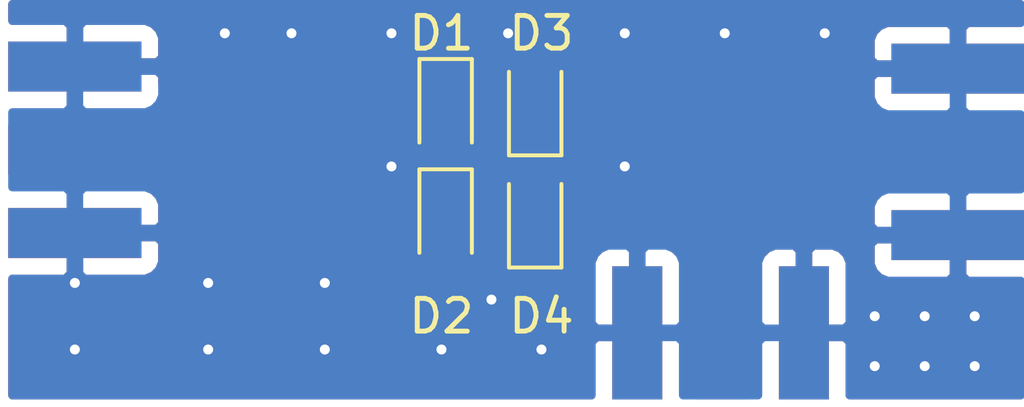
<source format=kicad_pcb>
(kicad_pcb (version 20171130) (host pcbnew "(5.0.1)-4")

  (general
    (thickness 1.6)
    (drawings 0)
    (tracks 56)
    (zones 0)
    (modules 9)
    (nets 11)
  )

  (page A4)
  (layers
    (0 F.Cu signal)
    (31 B.Cu signal)
    (32 B.Adhes user)
    (33 F.Adhes user)
    (34 B.Paste user)
    (35 F.Paste user)
    (36 B.SilkS user)
    (37 F.SilkS user)
    (38 B.Mask user)
    (39 F.Mask user)
    (40 Dwgs.User user)
    (41 Cmts.User user)
    (42 Eco1.User user)
    (43 Eco2.User user)
    (44 Edge.Cuts user)
    (45 Margin user)
    (46 B.CrtYd user)
    (47 F.CrtYd user)
    (48 B.Fab user)
    (49 F.Fab user)
  )

  (setup
    (last_trace_width 0.508)
    (user_trace_width 0.508)
    (user_trace_width 0.762)
    (trace_clearance 0.2032)
    (zone_clearance 0.508)
    (zone_45_only no)
    (trace_min 0.2032)
    (segment_width 0.2)
    (edge_width 0.15)
    (via_size 0.6096)
    (via_drill 0.3048)
    (via_min_size 0.6096)
    (via_min_drill 0.3048)
    (uvia_size 0.3)
    (uvia_drill 0.1)
    (uvias_allowed no)
    (uvia_min_size 0.2)
    (uvia_min_drill 0.1)
    (pcb_text_width 0.3)
    (pcb_text_size 1.5 1.5)
    (mod_edge_width 0.15)
    (mod_text_size 1 1)
    (mod_text_width 0.15)
    (pad_size 4.064 1.524)
    (pad_drill 0)
    (pad_to_mask_clearance 0.051)
    (solder_mask_min_width 0.25)
    (aux_axis_origin 0 0)
    (visible_elements 7FFFFFBF)
    (pcbplotparams
      (layerselection 0x010fc_ffffffff)
      (usegerberextensions false)
      (usegerberattributes false)
      (usegerberadvancedattributes false)
      (creategerberjobfile false)
      (excludeedgelayer true)
      (linewidth 0.100000)
      (plotframeref false)
      (viasonmask false)
      (mode 1)
      (useauxorigin false)
      (hpglpennumber 1)
      (hpglpenspeed 20)
      (hpglpendiameter 15.000000)
      (psnegative false)
      (psa4output false)
      (plotreference true)
      (plotvalue true)
      (plotinvisibletext false)
      (padsonsilk false)
      (subtractmaskfromsilk false)
      (outputformat 1)
      (mirror false)
      (drillshape 1)
      (scaleselection 1)
      (outputdirectory ""))
  )

  (net 0 "")
  (net 1 "Net-(D1-Pad2)")
  (net 2 "Net-(D1-Pad1)")
  (net 3 "Net-(D2-Pad2)")
  (net 4 "Net-(D3-Pad1)")
  (net 5 "Net-(J1-Pad1)")
  (net 6 GND)
  (net 7 "Net-(J2-Pad1)")
  (net 8 "Net-(J3-Pad1)")
  (net 9 "Net-(U1-Pad5)")
  (net 10 "Net-(U2-Pad5)")

  (net_class Default "This is the default net class."
    (clearance 0.2032)
    (trace_width 0.2032)
    (via_dia 0.6096)
    (via_drill 0.3048)
    (uvia_dia 0.3)
    (uvia_drill 0.1)
    (diff_pair_gap 0.2032)
    (diff_pair_width 0.2032)
    (add_net GND)
    (add_net "Net-(D1-Pad1)")
    (add_net "Net-(D1-Pad2)")
    (add_net "Net-(D2-Pad2)")
    (add_net "Net-(D3-Pad1)")
    (add_net "Net-(J1-Pad1)")
    (add_net "Net-(J2-Pad1)")
    (add_net "Net-(J3-Pad1)")
    (add_net "Net-(U1-Pad5)")
    (add_net "Net-(U2-Pad5)")
  )

  (net_class 50Ohm ""
    (clearance 0.37)
    (trace_width 1.8)
    (via_dia 0.6096)
    (via_drill 0.3048)
    (uvia_dia 0.3)
    (uvia_drill 0.1)
    (diff_pair_gap 0.2032)
    (diff_pair_width 0.2032)
  )

  (module RFLego_Footprint:SMA_Edge (layer F.Cu) (tedit 5C4F4B1A) (tstamp 5C687EE1)
    (at 107.696 87.376)
    (path /5C4F7739)
    (fp_text reference J1 (at 2.1336 4.6482) (layer F.SilkS) hide
      (effects (font (size 1 1) (thickness 0.15)))
    )
    (fp_text value SMA (at 1.27 6.35) (layer F.Fab) hide
      (effects (font (size 1 1) (thickness 0.15)))
    )
    (pad 1 smd rect (at 2.032 0) (size 4.064 1.524) (layers F.Cu F.Mask)
      (net 5 "Net-(J1-Pad1)"))
    (pad 2 smd rect (at 2.032 -2.54) (size 4.064 1.524) (layers F.Cu F.Mask)
      (net 6 GND))
    (pad 2 smd rect (at 2.032 2.54) (size 4.064 1.524) (layers B.Cu B.Mask)
      (net 6 GND))
    (pad 2 smd rect (at 2.032 -2.54) (size 4.064 1.524) (layers B.Cu B.Mask)
      (net 6 GND))
    (pad 2 smd rect (at 2.032 2.54) (size 4.064 1.524) (layers F.Cu F.Mask)
      (net 6 GND))
  )

  (module RFLego_Footprint:SMA_Edge (layer F.Cu) (tedit 5C4F4B16) (tstamp 5C687AA1)
    (at 129.413 94.996 90)
    (path /5C4F76BD)
    (fp_text reference J2 (at 2.1336 4.6482 90) (layer F.SilkS) hide
      (effects (font (size 1 1) (thickness 0.15)))
    )
    (fp_text value SMA (at 1.27 6.35 90) (layer F.Fab) hide
      (effects (font (size 1 1) (thickness 0.15)))
    )
    (pad 2 smd rect (at 2.032 2.54 90) (size 4.064 1.524) (layers F.Cu F.Mask)
      (net 6 GND))
    (pad 2 smd rect (at 2.032 -2.54 90) (size 4.064 1.524) (layers B.Cu B.Mask)
      (net 6 GND))
    (pad 2 smd rect (at 2.032 2.54 90) (size 4.064 1.524) (layers B.Cu B.Mask)
      (net 6 GND))
    (pad 2 smd rect (at 2.032 -2.54 90) (size 4.064 1.524) (layers F.Cu F.Mask)
      (net 6 GND))
    (pad 1 smd rect (at 2.032 0 90) (size 4.064 1.524) (layers F.Cu F.Mask)
      (net 7 "Net-(J2-Pad1)"))
  )

  (module RFLego_Footprint:SMA_Edge (layer F.Cu) (tedit 5C4F4B14) (tstamp 5C687AAA)
    (at 134.62 87.4395)
    (path /5C4F760A)
    (fp_text reference J3 (at 2.1336 4.6482) (layer F.SilkS) hide
      (effects (font (size 1 1) (thickness 0.15)))
    )
    (fp_text value SMA (at 1.27 6.35) (layer F.Fab) hide
      (effects (font (size 1 1) (thickness 0.15)))
    )
    (pad 1 smd rect (at 2.032 0) (size 4.064 1.524) (layers F.Cu F.Mask)
      (net 8 "Net-(J3-Pad1)"))
    (pad 2 smd rect (at 2.032 -2.54) (size 4.064 1.524) (layers F.Cu F.Mask)
      (net 6 GND))
    (pad 2 smd rect (at 2.032 2.54) (size 4.064 1.524) (layers B.Cu B.Mask)
      (net 6 GND))
    (pad 2 smd rect (at 2.032 -2.54) (size 4.064 1.524) (layers B.Cu B.Mask)
      (net 6 GND))
    (pad 2 smd rect (at 2.032 2.54) (size 4.064 1.524) (layers F.Cu F.Mask)
      (net 6 GND))
  )

  (module RFLego_Footprint:Coilcraft_WBC (layer F.Cu) (tedit 5C4F4B20) (tstamp 5C687AB4)
    (at 117.729 86.36 270)
    (path /5C4F7280)
    (fp_text reference U1 (at 1.27 -1.524 270) (layer F.SilkS) hide
      (effects (font (size 1 1) (thickness 0.15)))
    )
    (fp_text value T (at 0.635 4.699 270) (layer F.Fab)
      (effects (font (size 1 1) (thickness 0.15)))
    )
    (pad 1 smd rect (at 0 0 270) (size 0.762 1.143) (layers F.Cu F.Paste F.Mask)
      (net 2 "Net-(D1-Pad1)"))
    (pad 2 smd rect (at 1.524 0 270) (size 0.762 1.143) (layers F.Cu F.Paste F.Mask)
      (net 6 GND))
    (pad 3 smd rect (at 3.048 0 270) (size 0.762 1.143) (layers F.Cu F.Paste F.Mask)
      (net 3 "Net-(D2-Pad2)"))
    (pad 4 smd rect (at 3.048 3.048 270) (size 0.762 1.143) (layers F.Cu F.Paste F.Mask)
      (net 6 GND))
    (pad 5 smd rect (at 1.524 3.048 270) (size 0.762 1.143) (layers F.Cu F.Paste F.Mask)
      (net 9 "Net-(U1-Pad5)"))
    (pad 6 smd rect (at 0 3.048 270) (size 0.762 1.143) (layers F.Cu F.Paste F.Mask)
      (net 5 "Net-(J1-Pad1)"))
  )

  (module RFLego_Footprint:Coilcraft_WBC (layer F.Cu) (tedit 5C4F4B1E) (tstamp 5C687ABE)
    (at 128.905 88.7095 90)
    (path /5C4F736C)
    (fp_text reference U2 (at 1.27 -1.524 90) (layer F.SilkS) hide
      (effects (font (size 1 1) (thickness 0.15)))
    )
    (fp_text value T (at 0.635 4.699 90) (layer F.Fab)
      (effects (font (size 1 1) (thickness 0.15)))
    )
    (pad 6 smd rect (at 0 3.048 90) (size 0.762 1.143) (layers F.Cu F.Paste F.Mask)
      (net 8 "Net-(J3-Pad1)"))
    (pad 5 smd rect (at 1.524 3.048 90) (size 0.762 1.143) (layers F.Cu F.Paste F.Mask)
      (net 10 "Net-(U2-Pad5)"))
    (pad 4 smd rect (at 3.048 3.048 90) (size 0.762 1.143) (layers F.Cu F.Paste F.Mask)
      (net 6 GND))
    (pad 3 smd rect (at 3.048 0 90) (size 0.762 1.143) (layers F.Cu F.Paste F.Mask)
      (net 4 "Net-(D3-Pad1)"))
    (pad 2 smd rect (at 1.524 0 90) (size 0.762 1.143) (layers F.Cu F.Paste F.Mask)
      (net 7 "Net-(J2-Pad1)"))
    (pad 1 smd rect (at 0 0 90) (size 0.762 1.143) (layers F.Cu F.Paste F.Mask)
      (net 1 "Net-(D1-Pad2)"))
  )

  (module Diode_SMD:D_SOD-110 (layer F.Cu) (tedit 587B7A74) (tstamp 5C688367)
    (at 121.031 86.106 270)
    (descr SOD-110)
    (tags SOD-110)
    (path /5C4F7D3C)
    (attr smd)
    (fp_text reference D1 (at -2.286 0.127) (layer F.SilkS)
      (effects (font (size 1 1) (thickness 0.15)))
    )
    (fp_text value D (at 0 1.8 270) (layer F.Fab)
      (effects (font (size 1 1) (thickness 0.15)))
    )
    (fp_line (start -1.5 -0.8) (end 1.05 -0.8) (layer F.SilkS) (width 0.12))
    (fp_line (start -1.5 0.8) (end 1.05 0.8) (layer F.SilkS) (width 0.12))
    (fp_line (start -1.6 -1) (end -1.6 1) (layer F.CrtYd) (width 0.05))
    (fp_line (start 1.6 1) (end -1.6 1) (layer F.CrtYd) (width 0.05))
    (fp_line (start 1.6 -1) (end 1.6 1) (layer F.CrtYd) (width 0.05))
    (fp_line (start -1.6 -1) (end 1.6 -1) (layer F.CrtYd) (width 0.05))
    (fp_line (start -1.05 -0.7) (end -1.05 0.7) (layer F.Fab) (width 0.1))
    (fp_line (start -1.05 0.7) (end 1.05 0.7) (layer F.Fab) (width 0.1))
    (fp_line (start 1.05 0.7) (end 1.05 -0.7) (layer F.Fab) (width 0.1))
    (fp_line (start 1.05 -0.7) (end -1.05 -0.7) (layer F.Fab) (width 0.1))
    (fp_line (start -0.2 0.2) (end -0.2 -0.2) (layer F.Fab) (width 0.1))
    (fp_line (start -0.2 0) (end -0.35 0) (layer F.Fab) (width 0.1))
    (fp_line (start -0.2 0) (end 0.1 0.2) (layer F.Fab) (width 0.1))
    (fp_line (start 0.1 0.2) (end 0.1 -0.2) (layer F.Fab) (width 0.1))
    (fp_line (start 0.1 -0.2) (end -0.2 0) (layer F.Fab) (width 0.1))
    (fp_line (start 0.1 0) (end 0.25 0) (layer F.Fab) (width 0.1))
    (fp_line (start -1.5 -0.8) (end -1.5 0.8) (layer F.SilkS) (width 0.12))
    (fp_text user %R (at 0 -1.7 270) (layer F.Fab)
      (effects (font (size 1 1) (thickness 0.15)))
    )
    (pad 2 smd rect (at 0.95 0 270) (size 0.8 1) (layers F.Cu F.Paste F.Mask)
      (net 1 "Net-(D1-Pad2)"))
    (pad 1 smd rect (at -0.95 0 270) (size 0.8 1) (layers F.Cu F.Paste F.Mask)
      (net 2 "Net-(D1-Pad1)"))
    (model ${KISYS3DMOD}/Diode_SMD.3dshapes/D_SOD-110.wrl
      (at (xyz 0 0 0))
      (scale (xyz 1 1 1))
      (rotate (xyz 0 0 0))
    )
  )

  (module Diode_SMD:D_SOD-110 (layer F.Cu) (tedit 587B7A74) (tstamp 5C68837F)
    (at 121.031 89.4715 270)
    (descr SOD-110)
    (tags SOD-110)
    (path /5C4F7DEA)
    (attr smd)
    (fp_text reference D2 (at 2.9845 0.127) (layer F.SilkS)
      (effects (font (size 1 1) (thickness 0.15)))
    )
    (fp_text value D (at 0 1.8 270) (layer F.Fab)
      (effects (font (size 1 1) (thickness 0.15)))
    )
    (fp_line (start -1.5 -0.8) (end 1.05 -0.8) (layer F.SilkS) (width 0.12))
    (fp_line (start -1.5 0.8) (end 1.05 0.8) (layer F.SilkS) (width 0.12))
    (fp_line (start -1.6 -1) (end -1.6 1) (layer F.CrtYd) (width 0.05))
    (fp_line (start 1.6 1) (end -1.6 1) (layer F.CrtYd) (width 0.05))
    (fp_line (start 1.6 -1) (end 1.6 1) (layer F.CrtYd) (width 0.05))
    (fp_line (start -1.6 -1) (end 1.6 -1) (layer F.CrtYd) (width 0.05))
    (fp_line (start -1.05 -0.7) (end -1.05 0.7) (layer F.Fab) (width 0.1))
    (fp_line (start -1.05 0.7) (end 1.05 0.7) (layer F.Fab) (width 0.1))
    (fp_line (start 1.05 0.7) (end 1.05 -0.7) (layer F.Fab) (width 0.1))
    (fp_line (start 1.05 -0.7) (end -1.05 -0.7) (layer F.Fab) (width 0.1))
    (fp_line (start -0.2 0.2) (end -0.2 -0.2) (layer F.Fab) (width 0.1))
    (fp_line (start -0.2 0) (end -0.35 0) (layer F.Fab) (width 0.1))
    (fp_line (start -0.2 0) (end 0.1 0.2) (layer F.Fab) (width 0.1))
    (fp_line (start 0.1 0.2) (end 0.1 -0.2) (layer F.Fab) (width 0.1))
    (fp_line (start 0.1 -0.2) (end -0.2 0) (layer F.Fab) (width 0.1))
    (fp_line (start 0.1 0) (end 0.25 0) (layer F.Fab) (width 0.1))
    (fp_line (start -1.5 -0.8) (end -1.5 0.8) (layer F.SilkS) (width 0.12))
    (fp_text user %R (at 0 -1.7 270) (layer F.Fab)
      (effects (font (size 1 1) (thickness 0.15)))
    )
    (pad 2 smd rect (at 0.95 0 270) (size 0.8 1) (layers F.Cu F.Paste F.Mask)
      (net 3 "Net-(D2-Pad2)"))
    (pad 1 smd rect (at -0.95 0 270) (size 0.8 1) (layers F.Cu F.Paste F.Mask)
      (net 1 "Net-(D1-Pad2)"))
    (model ${KISYS3DMOD}/Diode_SMD.3dshapes/D_SOD-110.wrl
      (at (xyz 0 0 0))
      (scale (xyz 1 1 1))
      (rotate (xyz 0 0 0))
    )
  )

  (module Diode_SMD:D_SOD-110 (layer F.Cu) (tedit 587B7A74) (tstamp 5C688397)
    (at 123.7615 86.045 90)
    (descr SOD-110)
    (tags SOD-110)
    (path /5C4F7AFE)
    (attr smd)
    (fp_text reference D3 (at 2.225 0.1905 180) (layer F.SilkS)
      (effects (font (size 1 1) (thickness 0.15)))
    )
    (fp_text value D (at 0 1.8 90) (layer F.Fab)
      (effects (font (size 1 1) (thickness 0.15)))
    )
    (fp_text user %R (at 0 -1.7 90) (layer F.Fab)
      (effects (font (size 1 1) (thickness 0.15)))
    )
    (fp_line (start -1.5 -0.8) (end -1.5 0.8) (layer F.SilkS) (width 0.12))
    (fp_line (start 0.1 0) (end 0.25 0) (layer F.Fab) (width 0.1))
    (fp_line (start 0.1 -0.2) (end -0.2 0) (layer F.Fab) (width 0.1))
    (fp_line (start 0.1 0.2) (end 0.1 -0.2) (layer F.Fab) (width 0.1))
    (fp_line (start -0.2 0) (end 0.1 0.2) (layer F.Fab) (width 0.1))
    (fp_line (start -0.2 0) (end -0.35 0) (layer F.Fab) (width 0.1))
    (fp_line (start -0.2 0.2) (end -0.2 -0.2) (layer F.Fab) (width 0.1))
    (fp_line (start 1.05 -0.7) (end -1.05 -0.7) (layer F.Fab) (width 0.1))
    (fp_line (start 1.05 0.7) (end 1.05 -0.7) (layer F.Fab) (width 0.1))
    (fp_line (start -1.05 0.7) (end 1.05 0.7) (layer F.Fab) (width 0.1))
    (fp_line (start -1.05 -0.7) (end -1.05 0.7) (layer F.Fab) (width 0.1))
    (fp_line (start -1.6 -1) (end 1.6 -1) (layer F.CrtYd) (width 0.05))
    (fp_line (start 1.6 -1) (end 1.6 1) (layer F.CrtYd) (width 0.05))
    (fp_line (start 1.6 1) (end -1.6 1) (layer F.CrtYd) (width 0.05))
    (fp_line (start -1.6 -1) (end -1.6 1) (layer F.CrtYd) (width 0.05))
    (fp_line (start -1.5 0.8) (end 1.05 0.8) (layer F.SilkS) (width 0.12))
    (fp_line (start -1.5 -0.8) (end 1.05 -0.8) (layer F.SilkS) (width 0.12))
    (pad 1 smd rect (at -0.95 0 90) (size 0.8 1) (layers F.Cu F.Paste F.Mask)
      (net 4 "Net-(D3-Pad1)"))
    (pad 2 smd rect (at 0.95 0 90) (size 0.8 1) (layers F.Cu F.Paste F.Mask)
      (net 2 "Net-(D1-Pad1)"))
    (model ${KISYS3DMOD}/Diode_SMD.3dshapes/D_SOD-110.wrl
      (at (xyz 0 0 0))
      (scale (xyz 1 1 1))
      (rotate (xyz 0 0 0))
    )
  )

  (module Diode_SMD:D_SOD-110 (layer F.Cu) (tedit 587B7A74) (tstamp 5C6883AF)
    (at 123.7615 89.469 90)
    (descr SOD-110)
    (tags SOD-110)
    (path /5C4F7DAC)
    (attr smd)
    (fp_text reference D4 (at -2.987 0.1905 180) (layer F.SilkS)
      (effects (font (size 1 1) (thickness 0.15)))
    )
    (fp_text value D (at 0 1.8 90) (layer F.Fab)
      (effects (font (size 1 1) (thickness 0.15)))
    )
    (fp_text user %R (at 0 -1.7 90) (layer F.Fab)
      (effects (font (size 1 1) (thickness 0.15)))
    )
    (fp_line (start -1.5 -0.8) (end -1.5 0.8) (layer F.SilkS) (width 0.12))
    (fp_line (start 0.1 0) (end 0.25 0) (layer F.Fab) (width 0.1))
    (fp_line (start 0.1 -0.2) (end -0.2 0) (layer F.Fab) (width 0.1))
    (fp_line (start 0.1 0.2) (end 0.1 -0.2) (layer F.Fab) (width 0.1))
    (fp_line (start -0.2 0) (end 0.1 0.2) (layer F.Fab) (width 0.1))
    (fp_line (start -0.2 0) (end -0.35 0) (layer F.Fab) (width 0.1))
    (fp_line (start -0.2 0.2) (end -0.2 -0.2) (layer F.Fab) (width 0.1))
    (fp_line (start 1.05 -0.7) (end -1.05 -0.7) (layer F.Fab) (width 0.1))
    (fp_line (start 1.05 0.7) (end 1.05 -0.7) (layer F.Fab) (width 0.1))
    (fp_line (start -1.05 0.7) (end 1.05 0.7) (layer F.Fab) (width 0.1))
    (fp_line (start -1.05 -0.7) (end -1.05 0.7) (layer F.Fab) (width 0.1))
    (fp_line (start -1.6 -1) (end 1.6 -1) (layer F.CrtYd) (width 0.05))
    (fp_line (start 1.6 -1) (end 1.6 1) (layer F.CrtYd) (width 0.05))
    (fp_line (start 1.6 1) (end -1.6 1) (layer F.CrtYd) (width 0.05))
    (fp_line (start -1.6 -1) (end -1.6 1) (layer F.CrtYd) (width 0.05))
    (fp_line (start -1.5 0.8) (end 1.05 0.8) (layer F.SilkS) (width 0.12))
    (fp_line (start -1.5 -0.8) (end 1.05 -0.8) (layer F.SilkS) (width 0.12))
    (pad 1 smd rect (at -0.95 0 90) (size 0.8 1) (layers F.Cu F.Paste F.Mask)
      (net 3 "Net-(D2-Pad2)"))
    (pad 2 smd rect (at 0.95 0 90) (size 0.8 1) (layers F.Cu F.Paste F.Mask)
      (net 4 "Net-(D3-Pad1)"))
    (model ${KISYS3DMOD}/Diode_SMD.3dshapes/D_SOD-110.wrl
      (at (xyz 0 0 0))
      (scale (xyz 1 1 1))
      (rotate (xyz 0 0 0))
    )
  )

  (segment (start 121.031 87.056) (end 121.031 88.5215) (width 0.508) (layer F.Cu) (net 1))
  (segment (start 122.039 88.5215) (end 122.989 89.4715) (width 0.508) (layer F.Cu) (net 1))
  (segment (start 121.031 88.5215) (end 122.039 88.5215) (width 0.508) (layer F.Cu) (net 1))
  (segment (start 127.8255 88.7095) (end 128.905 88.7095) (width 0.508) (layer F.Cu) (net 1))
  (segment (start 127.0635 89.4715) (end 127.8255 88.7095) (width 0.508) (layer F.Cu) (net 1))
  (segment (start 122.989 89.4715) (end 127.0635 89.4715) (width 0.508) (layer F.Cu) (net 1))
  (segment (start 121.092 85.095) (end 121.031 85.156) (width 0.508) (layer F.Cu) (net 2))
  (segment (start 123.7615 85.095) (end 121.092 85.095) (width 0.508) (layer F.Cu) (net 2))
  (segment (start 118.1075 85.156) (end 117.729 85.5345) (width 0.508) (layer F.Cu) (net 2))
  (segment (start 121.031 85.156) (end 118.1075 85.156) (width 0.508) (layer F.Cu) (net 2))
  (segment (start 117.729 85.5345) (end 117.729 86.36) (width 0.508) (layer F.Cu) (net 2))
  (segment (start 121.0335 90.419) (end 121.031 90.4215) (width 0.508) (layer F.Cu) (net 3))
  (segment (start 123.7615 90.419) (end 121.0335 90.419) (width 0.508) (layer F.Cu) (net 3))
  (segment (start 117.9195 89.408) (end 117.729 89.408) (width 0.508) (layer F.Cu) (net 3))
  (segment (start 118.933 90.4215) (end 117.9195 89.408) (width 0.508) (layer F.Cu) (net 3))
  (segment (start 121.031 90.4215) (end 118.933 90.4215) (width 0.508) (layer F.Cu) (net 3))
  (segment (start 128.7145 85.6615) (end 128.905 85.6615) (width 0.508) (layer F.Cu) (net 4))
  (segment (start 123.7615 86.995) (end 123.7615 88.519) (width 0.508) (layer F.Cu) (net 4))
  (segment (start 128.905 85.6615) (end 126.4285 85.6615) (width 0.508) (layer F.Cu) (net 4))
  (segment (start 125.095 86.995) (end 123.7615 86.995) (width 0.508) (layer F.Cu) (net 4))
  (segment (start 126.4285 85.6615) (end 125.095 86.995) (width 0.508) (layer F.Cu) (net 4))
  (segment (start 112.014 86.868) (end 109.728 86.868) (width 0.762) (layer F.Cu) (net 5))
  (segment (start 114.681 86.36) (end 112.522 86.36) (width 0.762) (layer F.Cu) (net 5))
  (segment (start 112.522 86.36) (end 112.014 86.868) (width 0.762) (layer F.Cu) (net 5))
  (via (at 134.112 93.98) (size 0.6096) (drill 0.3048) (layers F.Cu B.Cu) (net 6))
  (via (at 135.636 93.98) (size 0.6096) (drill 0.3048) (layers F.Cu B.Cu) (net 6))
  (via (at 137.16 93.98) (size 0.6096) (drill 0.3048) (layers F.Cu B.Cu) (net 6))
  (via (at 137.16 92.456) (size 0.6096) (drill 0.3048) (layers F.Cu B.Cu) (net 6))
  (via (at 135.636 92.456) (size 0.6096) (drill 0.3048) (layers F.Cu B.Cu) (net 6))
  (via (at 134.112 92.456) (size 0.6096) (drill 0.3048) (layers F.Cu B.Cu) (net 6))
  (via (at 132.588 83.82) (size 0.6096) (drill 0.3048) (layers F.Cu B.Cu) (net 6))
  (via (at 129.54 83.82) (size 0.6096) (drill 0.3048) (layers F.Cu B.Cu) (net 6))
  (via (at 126.492 83.82) (size 0.6096) (drill 0.3048) (layers F.Cu B.Cu) (net 6))
  (via (at 122.936 83.82) (size 0.6096) (drill 0.3048) (layers F.Cu B.Cu) (net 6))
  (via (at 119.38 83.82) (size 0.6096) (drill 0.3048) (layers F.Cu B.Cu) (net 6))
  (via (at 116.332 83.82) (size 0.6096) (drill 0.3048) (layers F.Cu B.Cu) (net 6))
  (via (at 114.3 83.82) (size 0.6096) (drill 0.3048) (layers F.Cu B.Cu) (net 6))
  (via (at 109.728 91.44) (size 0.6096) (drill 0.3048) (layers F.Cu B.Cu) (net 6))
  (via (at 109.728 93.472) (size 0.6096) (drill 0.3048) (layers F.Cu B.Cu) (net 6))
  (via (at 113.792 93.472) (size 0.6096) (drill 0.3048) (layers F.Cu B.Cu) (net 6))
  (via (at 113.792 91.44) (size 0.6096) (drill 0.3048) (layers F.Cu B.Cu) (net 6))
  (via (at 117.348 91.44) (size 0.6096) (drill 0.3048) (layers F.Cu B.Cu) (net 6))
  (via (at 117.348 93.472) (size 0.6096) (drill 0.3048) (layers F.Cu B.Cu) (net 6))
  (via (at 120.904 93.472) (size 0.6096) (drill 0.3048) (layers F.Cu B.Cu) (net 6))
  (via (at 123.952 93.472) (size 0.6096) (drill 0.3048) (layers F.Cu B.Cu) (net 6))
  (via (at 122.428 91.948) (size 0.6096) (drill 0.3048) (layers F.Cu B.Cu) (net 6))
  (via (at 126.492 87.884) (size 0.6096) (drill 0.3048) (layers F.Cu B.Cu) (net 6))
  (via (at 119.38 87.884) (size 0.6096) (drill 0.3048) (layers F.Cu B.Cu) (net 6))
  (segment (start 129.9845 87.1855) (end 130.3655 87.5665) (width 0.508) (layer F.Cu) (net 7))
  (segment (start 128.905 87.1855) (end 129.9845 87.1855) (width 0.508) (layer F.Cu) (net 7))
  (segment (start 129.413 90.424) (end 129.413 92.964) (width 0.508) (layer F.Cu) (net 7))
  (segment (start 130.3655 89.4715) (end 129.413 90.424) (width 0.508) (layer F.Cu) (net 7))
  (segment (start 130.3655 87.5665) (end 130.3655 89.4715) (width 0.508) (layer F.Cu) (net 7))
  (segment (start 132.7785 88.7095) (end 131.953 88.7095) (width 0.508) (layer F.Cu) (net 8))
  (segment (start 136.652 87.4395) (end 134.0485 87.4395) (width 0.508) (layer F.Cu) (net 8))
  (segment (start 134.0485 87.4395) (end 132.7785 88.7095) (width 0.508) (layer F.Cu) (net 8))

  (zone (net 6) (net_name GND) (layer F.Cu) (tstamp 0) (hatch edge 0.508)
    (connect_pads (clearance 0.508))
    (min_thickness 0.254)
    (fill yes (arc_segments 16) (thermal_gap 0.508) (thermal_bridge_width 0.508))
    (polygon
      (pts
        (xy 107.696 82.804) (xy 138.684 82.804) (xy 138.684 94.996) (xy 107.696 94.996)
      )
    )
    (filled_polygon
      (pts
        (xy 134.162191 88.659309) (xy 134.232912 88.706563) (xy 134.081673 88.857801) (xy 133.985 89.09119) (xy 133.985 89.69375)
        (xy 134.14375 89.8525) (xy 136.525 89.8525) (xy 136.525 89.8325) (xy 136.779 89.8325) (xy 136.779 89.8525)
        (xy 136.799 89.8525) (xy 136.799 90.1065) (xy 136.779 90.1065) (xy 136.779 91.21775) (xy 136.93775 91.3765)
        (xy 138.557 91.3765) (xy 138.557 94.869) (xy 133.35 94.869) (xy 133.35 93.24975) (xy 133.19125 93.091)
        (xy 132.08 93.091) (xy 132.08 93.111) (xy 131.826 93.111) (xy 131.826 93.091) (xy 131.806 93.091)
        (xy 131.806 92.837) (xy 131.826 92.837) (xy 131.826 90.45575) (xy 132.08 90.45575) (xy 132.08 92.837)
        (xy 133.19125 92.837) (xy 133.35 92.67825) (xy 133.35 90.805691) (xy 133.253327 90.572302) (xy 133.074699 90.393673)
        (xy 132.84131 90.297) (xy 132.23875 90.297) (xy 132.08 90.45575) (xy 131.826 90.45575) (xy 131.66725 90.297)
        (xy 131.06469 90.297) (xy 130.831301 90.393673) (xy 130.680063 90.544912) (xy 130.632809 90.474191) (xy 130.625157 90.469078)
        (xy 130.828985 90.26525) (xy 133.985 90.26525) (xy 133.985 90.86781) (xy 134.081673 91.101199) (xy 134.260302 91.279827)
        (xy 134.493691 91.3765) (xy 136.36625 91.3765) (xy 136.525 91.21775) (xy 136.525 90.1065) (xy 134.14375 90.1065)
        (xy 133.985 90.26525) (xy 130.828985 90.26525) (xy 130.932206 90.162029) (xy 131.006433 90.112433) (xy 131.202919 89.81837)
        (xy 131.225105 89.706832) (xy 131.3815 89.73794) (xy 132.5245 89.73794) (xy 132.772265 89.688657) (xy 132.924631 89.586849)
        (xy 133.12537 89.546919) (xy 133.419433 89.350433) (xy 133.469031 89.276204) (xy 134.131644 88.613592)
      )
    )
    (filled_polygon
      (pts
        (xy 138.557 83.5025) (xy 136.93775 83.5025) (xy 136.779 83.66125) (xy 136.779 84.7725) (xy 136.799 84.7725)
        (xy 136.799 85.0265) (xy 136.779 85.0265) (xy 136.779 85.0465) (xy 136.525 85.0465) (xy 136.525 85.0265)
        (xy 134.14375 85.0265) (xy 133.985 85.18525) (xy 133.985 85.78781) (xy 134.081673 86.021199) (xy 134.232912 86.172437)
        (xy 134.162191 86.219691) (xy 134.021843 86.429735) (xy 133.999341 86.542863) (xy 133.960948 86.5505) (xy 133.960944 86.5505)
        (xy 133.70163 86.602081) (xy 133.407567 86.798567) (xy 133.357971 86.872793) (xy 133.17194 87.058824) (xy 133.17194 86.8045)
        (xy 133.122657 86.556735) (xy 133.036793 86.428232) (xy 133.062827 86.402198) (xy 133.1595 86.168809) (xy 133.1595 85.94725)
        (xy 133.00075 85.7885) (xy 132.08 85.7885) (xy 132.08 85.8085) (xy 131.826 85.8085) (xy 131.826 85.7885)
        (xy 130.90525 85.7885) (xy 130.7465 85.94725) (xy 130.7465 86.168809) (xy 130.843173 86.402198) (xy 130.869207 86.428232)
        (xy 130.783343 86.556735) (xy 130.755077 86.698842) (xy 130.675031 86.618796) (xy 130.625433 86.544567) (xy 130.33137 86.348081)
        (xy 130.072056 86.2965) (xy 130.072055 86.2965) (xy 130.070674 86.296225) (xy 130.074657 86.290265) (xy 130.12394 86.0425)
        (xy 130.12394 85.2805) (xy 130.098816 85.154191) (xy 130.7465 85.154191) (xy 130.7465 85.37575) (xy 130.90525 85.5345)
        (xy 131.826 85.5345) (xy 131.826 84.80425) (xy 132.08 84.80425) (xy 132.08 85.5345) (xy 133.00075 85.5345)
        (xy 133.1595 85.37575) (xy 133.1595 85.154191) (xy 133.062827 84.920802) (xy 132.884199 84.742173) (xy 132.65081 84.6455)
        (xy 132.23875 84.6455) (xy 132.08 84.80425) (xy 131.826 84.80425) (xy 131.66725 84.6455) (xy 131.25519 84.6455)
        (xy 131.021801 84.742173) (xy 130.843173 84.920802) (xy 130.7465 85.154191) (xy 130.098816 85.154191) (xy 130.074657 85.032735)
        (xy 129.934309 84.822691) (xy 129.724265 84.682343) (xy 129.4765 84.63306) (xy 128.3335 84.63306) (xy 128.085735 84.682343)
        (xy 127.950807 84.7725) (xy 126.516055 84.7725) (xy 126.4285 84.755084) (xy 126.340945 84.7725) (xy 126.340944 84.7725)
        (xy 126.08163 84.824081) (xy 125.787567 85.020567) (xy 125.737971 85.094793) (xy 124.726765 86.106) (xy 124.672629 86.106)
        (xy 124.581336 86.045) (xy 124.719309 85.952809) (xy 124.859657 85.742765) (xy 124.90894 85.495) (xy 124.90894 84.695)
        (xy 124.859657 84.447235) (xy 124.719309 84.237191) (xy 124.509265 84.096843) (xy 124.2615 84.04756) (xy 123.2615 84.04756)
        (xy 123.013735 84.096843) (xy 122.850371 84.206) (xy 121.850836 84.206) (xy 121.778765 84.157843) (xy 121.531 84.10856)
        (xy 120.531 84.10856) (xy 120.283235 84.157843) (xy 120.119871 84.267) (xy 118.195055 84.267) (xy 118.1075 84.249584)
        (xy 118.019945 84.267) (xy 118.019944 84.267) (xy 117.76063 84.318581) (xy 117.466567 84.515067) (xy 117.416969 84.589296)
        (xy 117.162296 84.843969) (xy 117.088067 84.893567) (xy 116.891581 85.187631) (xy 116.844475 85.424449) (xy 116.699691 85.521191)
        (xy 116.559343 85.731235) (xy 116.51006 85.979) (xy 116.51006 86.741) (xy 116.559343 86.988765) (xy 116.645207 87.117268)
        (xy 116.619173 87.143302) (xy 116.5225 87.376691) (xy 116.5225 87.59825) (xy 116.68125 87.757) (xy 117.602 87.757)
        (xy 117.602 87.737) (xy 117.856 87.737) (xy 117.856 87.757) (xy 118.77675 87.757) (xy 118.9355 87.59825)
        (xy 118.9355 87.376691) (xy 118.838827 87.143302) (xy 118.812793 87.117268) (xy 118.898657 86.988765) (xy 118.94794 86.741)
        (xy 118.94794 86.045) (xy 120.119871 86.045) (xy 120.211164 86.106) (xy 120.073191 86.198191) (xy 119.932843 86.408235)
        (xy 119.88356 86.656) (xy 119.88356 87.456) (xy 119.932843 87.703765) (xy 119.989629 87.78875) (xy 119.932843 87.873735)
        (xy 119.88356 88.1215) (xy 119.88356 88.9215) (xy 119.932843 89.169265) (xy 120.073191 89.379309) (xy 120.211164 89.4715)
        (xy 120.119871 89.5325) (xy 119.301236 89.5325) (xy 118.94794 89.179205) (xy 118.94794 89.027) (xy 118.898657 88.779235)
        (xy 118.812793 88.650732) (xy 118.838827 88.624698) (xy 118.9355 88.391309) (xy 118.9355 88.16975) (xy 118.77675 88.011)
        (xy 117.856 88.011) (xy 117.856 88.031) (xy 117.602 88.031) (xy 117.602 88.011) (xy 116.68125 88.011)
        (xy 116.5225 88.16975) (xy 116.5225 88.391309) (xy 116.619173 88.624698) (xy 116.645207 88.650732) (xy 116.559343 88.779235)
        (xy 116.51006 89.027) (xy 116.51006 89.789) (xy 116.559343 90.036765) (xy 116.699691 90.246809) (xy 116.909735 90.387157)
        (xy 117.1575 90.43644) (xy 117.690705 90.43644) (xy 118.242471 90.988206) (xy 118.292067 91.062433) (xy 118.58613 91.258919)
        (xy 118.845444 91.3105) (xy 118.845448 91.3105) (xy 118.932999 91.327915) (xy 119.02055 91.3105) (xy 120.119871 91.3105)
        (xy 120.283235 91.419657) (xy 120.531 91.46894) (xy 121.531 91.46894) (xy 121.778765 91.419657) (xy 121.94587 91.308)
        (xy 122.850371 91.308) (xy 123.013735 91.417157) (xy 123.2615 91.46644) (xy 124.2615 91.46644) (xy 124.509265 91.417157)
        (xy 124.719309 91.276809) (xy 124.859657 91.066765) (xy 124.90894 90.819) (xy 124.90894 90.3605) (xy 125.831388 90.3605)
        (xy 125.751301 90.393673) (xy 125.572673 90.572302) (xy 125.476 90.805691) (xy 125.476 92.67825) (xy 125.63475 92.837)
        (xy 126.746 92.837) (xy 126.746 92.817) (xy 127 92.817) (xy 127 92.837) (xy 127.02 92.837)
        (xy 127.02 93.091) (xy 127 93.091) (xy 127 93.111) (xy 126.746 93.111) (xy 126.746 93.091)
        (xy 125.63475 93.091) (xy 125.476 93.24975) (xy 125.476 94.869) (xy 107.823 94.869) (xy 107.823 91.313)
        (xy 109.44225 91.313) (xy 109.601 91.15425) (xy 109.601 90.043) (xy 109.855 90.043) (xy 109.855 91.15425)
        (xy 110.01375 91.313) (xy 111.886309 91.313) (xy 112.119698 91.216327) (xy 112.298327 91.037699) (xy 112.395 90.80431)
        (xy 112.395 90.20175) (xy 112.23625 90.043) (xy 109.855 90.043) (xy 109.601 90.043) (xy 109.581 90.043)
        (xy 109.581 89.789) (xy 109.601 89.789) (xy 109.601 89.769) (xy 109.855 89.769) (xy 109.855 89.789)
        (xy 112.23625 89.789) (xy 112.3315 89.69375) (xy 113.4745 89.69375) (xy 113.4745 89.915309) (xy 113.571173 90.148698)
        (xy 113.749801 90.327327) (xy 113.98319 90.424) (xy 114.39525 90.424) (xy 114.554 90.26525) (xy 114.554 89.535)
        (xy 114.808 89.535) (xy 114.808 90.26525) (xy 114.96675 90.424) (xy 115.37881 90.424) (xy 115.612199 90.327327)
        (xy 115.790827 90.148698) (xy 115.8875 89.915309) (xy 115.8875 89.69375) (xy 115.72875 89.535) (xy 114.808 89.535)
        (xy 114.554 89.535) (xy 113.63325 89.535) (xy 113.4745 89.69375) (xy 112.3315 89.69375) (xy 112.395 89.63025)
        (xy 112.395 89.02769) (xy 112.298327 88.794301) (xy 112.147088 88.643063) (xy 112.217809 88.595809) (xy 112.358157 88.385765)
        (xy 112.40744 88.138) (xy 112.40744 87.825644) (xy 112.410423 87.825051) (xy 112.746495 87.600495) (xy 112.80318 87.51566)
        (xy 112.94284 87.376) (xy 113.487322 87.376) (xy 113.46206 87.503) (xy 113.46206 88.265) (xy 113.511343 88.512765)
        (xy 113.597207 88.641268) (xy 113.571173 88.667302) (xy 113.4745 88.900691) (xy 113.4745 89.12225) (xy 113.63325 89.281)
        (xy 114.554 89.281) (xy 114.554 89.261) (xy 114.808 89.261) (xy 114.808 89.281) (xy 115.72875 89.281)
        (xy 115.8875 89.12225) (xy 115.8875 88.900691) (xy 115.790827 88.667302) (xy 115.764793 88.641268) (xy 115.850657 88.512765)
        (xy 115.89994 88.265) (xy 115.89994 87.503) (xy 115.850657 87.255235) (xy 115.761632 87.122) (xy 115.850657 86.988765)
        (xy 115.89994 86.741) (xy 115.89994 85.979) (xy 115.850657 85.731235) (xy 115.710309 85.521191) (xy 115.500265 85.380843)
        (xy 115.2525 85.33156) (xy 114.1095 85.33156) (xy 114.046959 85.344) (xy 112.622063 85.344) (xy 112.521999 85.324096)
        (xy 112.421935 85.344) (xy 112.395 85.349358) (xy 112.395 85.12175) (xy 112.23625 84.963) (xy 109.855 84.963)
        (xy 109.855 84.983) (xy 109.601 84.983) (xy 109.601 84.963) (xy 109.581 84.963) (xy 109.581 84.709)
        (xy 109.601 84.709) (xy 109.601 83.59775) (xy 109.855 83.59775) (xy 109.855 84.709) (xy 112.23625 84.709)
        (xy 112.395 84.55025) (xy 112.395 84.01119) (xy 133.985 84.01119) (xy 133.985 84.61375) (xy 134.14375 84.7725)
        (xy 136.525 84.7725) (xy 136.525 83.66125) (xy 136.36625 83.5025) (xy 134.493691 83.5025) (xy 134.260302 83.599173)
        (xy 134.081673 83.777801) (xy 133.985 84.01119) (xy 112.395 84.01119) (xy 112.395 83.94769) (xy 112.298327 83.714301)
        (xy 112.119698 83.535673) (xy 111.886309 83.439) (xy 110.01375 83.439) (xy 109.855 83.59775) (xy 109.601 83.59775)
        (xy 109.44225 83.439) (xy 107.823 83.439) (xy 107.823 82.931) (xy 138.557 82.931)
      )
    )
    (filled_polygon
      (pts
        (xy 127.735343 86.556735) (xy 127.68606 86.8045) (xy 127.68606 87.5665) (xy 127.735343 87.814265) (xy 127.739326 87.820225)
        (xy 127.737945 87.8205) (xy 127.737944 87.8205) (xy 127.47863 87.872081) (xy 127.184567 88.068567) (xy 127.134971 88.142794)
        (xy 126.695265 88.5825) (xy 124.90894 88.5825) (xy 124.90894 88.119) (xy 124.862196 87.884) (xy 125.007445 87.884)
        (xy 125.095 87.901416) (xy 125.182555 87.884) (xy 125.182556 87.884) (xy 125.44187 87.832419) (xy 125.735933 87.635933)
        (xy 125.785531 87.561704) (xy 126.796736 86.5505) (xy 127.739509 86.5505)
      )
    )
  )
  (zone (net 6) (net_name GND) (layer B.Cu) (tstamp 5C688751) (hatch edge 0.508)
    (connect_pads (clearance 0.508))
    (min_thickness 0.254)
    (fill yes (arc_segments 16) (thermal_gap 0.508) (thermal_bridge_width 0.508))
    (polygon
      (pts
        (xy 107.696 82.804) (xy 138.684 82.804) (xy 138.684 94.996) (xy 107.696 94.996)
      )
    )
    (filled_polygon
      (pts
        (xy 138.557 83.5025) (xy 136.93775 83.5025) (xy 136.779 83.66125) (xy 136.779 84.7725) (xy 136.799 84.7725)
        (xy 136.799 85.0265) (xy 136.779 85.0265) (xy 136.779 86.13775) (xy 136.93775 86.2965) (xy 138.557 86.2965)
        (xy 138.557 88.5825) (xy 136.93775 88.5825) (xy 136.779 88.74125) (xy 136.779 89.8525) (xy 136.799 89.8525)
        (xy 136.799 90.1065) (xy 136.779 90.1065) (xy 136.779 91.21775) (xy 136.93775 91.3765) (xy 138.557 91.3765)
        (xy 138.557 94.869) (xy 133.35 94.869) (xy 133.35 93.24975) (xy 133.19125 93.091) (xy 132.08 93.091)
        (xy 132.08 93.111) (xy 131.826 93.111) (xy 131.826 93.091) (xy 130.71475 93.091) (xy 130.556 93.24975)
        (xy 130.556 94.869) (xy 128.27 94.869) (xy 128.27 93.24975) (xy 128.11125 93.091) (xy 127 93.091)
        (xy 127 93.111) (xy 126.746 93.111) (xy 126.746 93.091) (xy 125.63475 93.091) (xy 125.476 93.24975)
        (xy 125.476 94.869) (xy 107.823 94.869) (xy 107.823 91.313) (xy 109.44225 91.313) (xy 109.601 91.15425)
        (xy 109.601 90.043) (xy 109.855 90.043) (xy 109.855 91.15425) (xy 110.01375 91.313) (xy 111.886309 91.313)
        (xy 112.119698 91.216327) (xy 112.298327 91.037699) (xy 112.394427 90.805691) (xy 125.476 90.805691) (xy 125.476 92.67825)
        (xy 125.63475 92.837) (xy 126.746 92.837) (xy 126.746 90.45575) (xy 127 90.45575) (xy 127 92.837)
        (xy 128.11125 92.837) (xy 128.27 92.67825) (xy 128.27 90.805691) (xy 130.556 90.805691) (xy 130.556 92.67825)
        (xy 130.71475 92.837) (xy 131.826 92.837) (xy 131.826 90.45575) (xy 132.08 90.45575) (xy 132.08 92.837)
        (xy 133.19125 92.837) (xy 133.35 92.67825) (xy 133.35 90.805691) (xy 133.253327 90.572302) (xy 133.074699 90.393673)
        (xy 132.84131 90.297) (xy 132.23875 90.297) (xy 132.08 90.45575) (xy 131.826 90.45575) (xy 131.66725 90.297)
        (xy 131.06469 90.297) (xy 130.831301 90.393673) (xy 130.652673 90.572302) (xy 130.556 90.805691) (xy 128.27 90.805691)
        (xy 128.173327 90.572302) (xy 127.994699 90.393673) (xy 127.76131 90.297) (xy 127.15875 90.297) (xy 127 90.45575)
        (xy 126.746 90.45575) (xy 126.58725 90.297) (xy 125.98469 90.297) (xy 125.751301 90.393673) (xy 125.572673 90.572302)
        (xy 125.476 90.805691) (xy 112.394427 90.805691) (xy 112.395 90.80431) (xy 112.395 90.26525) (xy 133.985 90.26525)
        (xy 133.985 90.86781) (xy 134.081673 91.101199) (xy 134.260302 91.279827) (xy 134.493691 91.3765) (xy 136.36625 91.3765)
        (xy 136.525 91.21775) (xy 136.525 90.1065) (xy 134.14375 90.1065) (xy 133.985 90.26525) (xy 112.395 90.26525)
        (xy 112.395 90.20175) (xy 112.23625 90.043) (xy 109.855 90.043) (xy 109.601 90.043) (xy 109.581 90.043)
        (xy 109.581 89.789) (xy 109.601 89.789) (xy 109.601 88.67775) (xy 109.855 88.67775) (xy 109.855 89.789)
        (xy 112.23625 89.789) (xy 112.395 89.63025) (xy 112.395 89.09119) (xy 133.985 89.09119) (xy 133.985 89.69375)
        (xy 134.14375 89.8525) (xy 136.525 89.8525) (xy 136.525 88.74125) (xy 136.36625 88.5825) (xy 134.493691 88.5825)
        (xy 134.260302 88.679173) (xy 134.081673 88.857801) (xy 133.985 89.09119) (xy 112.395 89.09119) (xy 112.395 89.02769)
        (xy 112.298327 88.794301) (xy 112.119698 88.615673) (xy 111.886309 88.519) (xy 110.01375 88.519) (xy 109.855 88.67775)
        (xy 109.601 88.67775) (xy 109.44225 88.519) (xy 107.823 88.519) (xy 107.823 86.233) (xy 109.44225 86.233)
        (xy 109.601 86.07425) (xy 109.601 84.963) (xy 109.855 84.963) (xy 109.855 86.07425) (xy 110.01375 86.233)
        (xy 111.886309 86.233) (xy 112.119698 86.136327) (xy 112.298327 85.957699) (xy 112.395 85.72431) (xy 112.395 85.18525)
        (xy 133.985 85.18525) (xy 133.985 85.78781) (xy 134.081673 86.021199) (xy 134.260302 86.199827) (xy 134.493691 86.2965)
        (xy 136.36625 86.2965) (xy 136.525 86.13775) (xy 136.525 85.0265) (xy 134.14375 85.0265) (xy 133.985 85.18525)
        (xy 112.395 85.18525) (xy 112.395 85.12175) (xy 112.23625 84.963) (xy 109.855 84.963) (xy 109.601 84.963)
        (xy 109.581 84.963) (xy 109.581 84.709) (xy 109.601 84.709) (xy 109.601 83.59775) (xy 109.855 83.59775)
        (xy 109.855 84.709) (xy 112.23625 84.709) (xy 112.395 84.55025) (xy 112.395 84.01119) (xy 133.985 84.01119)
        (xy 133.985 84.61375) (xy 134.14375 84.7725) (xy 136.525 84.7725) (xy 136.525 83.66125) (xy 136.36625 83.5025)
        (xy 134.493691 83.5025) (xy 134.260302 83.599173) (xy 134.081673 83.777801) (xy 133.985 84.01119) (xy 112.395 84.01119)
        (xy 112.395 83.94769) (xy 112.298327 83.714301) (xy 112.119698 83.535673) (xy 111.886309 83.439) (xy 110.01375 83.439)
        (xy 109.855 83.59775) (xy 109.601 83.59775) (xy 109.44225 83.439) (xy 107.823 83.439) (xy 107.823 82.931)
        (xy 138.557 82.931)
      )
    )
  )
)

</source>
